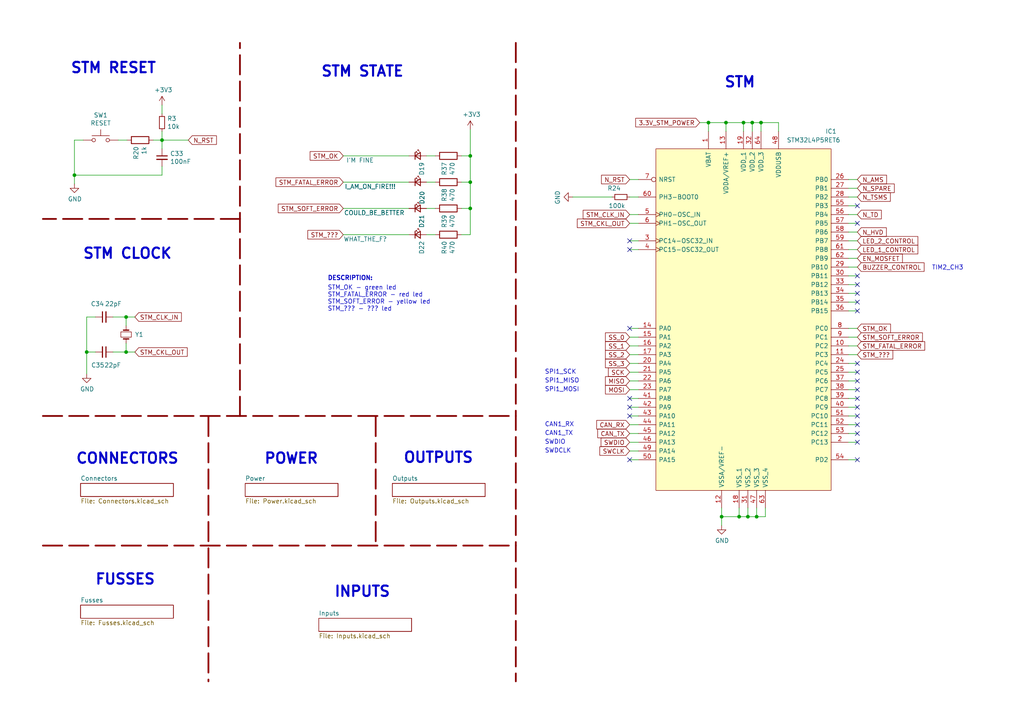
<source format=kicad_sch>
(kicad_sch (version 20211123) (generator eeschema)
  (paper "A4")
  (title_block (title "Smart Fuses Schematic") (company "PUT Motosport"))
  (lib_symbols
    (symbol "Device:C_Small" (pin_numbers hide) (pin_names (offset 0.254) hide)
      (property "Reference" "C" (at 0.254 1.778 0))
      (property "Value" "C_Small" (at 0.254 -2.032 0))
      (symbol "C_Small_0_1"
        (polyline (pts (xy -1.524 -0.508) (xy 1.524 -0.508)) (stroke (width 0.3302)))
        (polyline (pts (xy -1.524 0.508) (xy 1.524 0.508)) (stroke (width 0.3048)))
      )
      (symbol "C_Small_1_1"
        (pin passive line (at 0 2.54 270) (length 2.032) (name "~") (number "1"))
        (pin passive line (at 0 -2.54 90) (length 2.032) (name "~") (number "2"))
      )
    )
    (symbol "Device:Crystal_Small" (pin_numbers hide) (pin_names (offset 1.016) hide)
      (property "Reference" "Y" (at 0 2.54 0))
      (property "Value" "Crystal_Small" (at 0 -2.54 0))
      (symbol "Crystal_Small_0_1"
        (rectangle (start -0.762 -1.524) (end 0.762 1.524))
        (polyline (pts (xy -1.27 -0.762) (xy -1.27 0.762)) (stroke (width 0.381)))
        (polyline (pts (xy 1.27 -0.762) (xy 1.27 0.762)) (stroke (width 0.381)))
      )
      (symbol "Crystal_Small_1_1"
        (pin passive line (at -2.54 0 0) (length 1.27) (name "1") (number "1"))
        (pin passive line (at 2.54 0 180) (length 1.27) (name "2") (number "2"))
      )
    )
    (symbol "Device:LED_Small" (pin_numbers hide) (pin_names (offset 0.254) hide)
      (property "Reference" "D" (at -1.27 3.175 0))
      (property "Value" "LED_Small" (at -4.445 -2.54 0))
      (symbol "LED_Small_0_1"
        (polyline (pts (xy -0.762 -1.016) (xy -0.762 1.016)) (stroke (width 0.254)))
        (polyline (pts (xy 1.016 0) (xy -0.762 0)))
        (polyline (pts (xy 0.762 -1.016) (xy -0.762 0) (xy 0.762 1.016) (xy 0.762 -1.016)) (stroke (width 0.254)))
        (polyline (pts (xy 0 0.762) (xy -0.508 1.27) (xy -0.254 1.27) (xy -0.508 1.27) (xy -0.508 1.016)))
        (polyline (pts (xy 0.508 1.27) (xy 0 1.778) (xy 0.254 1.778) (xy 0 1.778) (xy 0 1.524)))
      )
      (symbol "LED_Small_1_1"
        (pin passive line (at -2.54 0 0) (length 1.778) (name "K") (number "1"))
        (pin passive line (at 2.54 0 180) (length 1.778) (name "A") (number "2"))
      )
    )
    (symbol "Device:R" (pin_numbers hide) (pin_names (offset 0))
      (property "Reference" "R" (at 2.032 0 90))
      (property "Value" "R" (at 0 0 90))
      (symbol "R_0_1"
        (rectangle (start -1.016 -2.54) (end 1.016 2.54) (stroke (width 0.254)))
      )
      (symbol "R_1_1"
        (pin passive line (at 0 3.81 270) (length 1.27) (name "~") (number "1"))
        (pin passive line (at 0 -3.81 90) (length 1.27) (name "~") (number "2"))
      )
    )
    (symbol "Device:R_Small" (pin_numbers hide) (pin_names (offset 0.254) hide)
      (property "Reference" "R" (at 0.762 0.508 0))
      (property "Value" "R_Small" (at 0.762 -1.016 0))
      (symbol "R_Small_0_1"
        (rectangle (start -0.762 1.778) (end 0.762 -1.778) (stroke (width 0.2032)))
      )
      (symbol "R_Small_1_1"
        (pin passive line (at 0 2.54 270) (length 0.762) (name "~") (number "1"))
        (pin passive line (at 0 -2.54 90) (length 0.762) (name "~") (number "2"))
      )
    )
    (symbol "STM32L4P5RET6:STM32L4P5RET6" (pin_names (offset 0.762))
      (property "Reference" "IC" (at -29.21 3.81 0))
      (property "Value" "STM32L4P5RET6" (at -29.21 1.27 0))
      (symbol "STM32L4P5RET6_0_0"
        (pin power_in line (at -10.16 5.08 270) (length 5.08) (name "VBAT") (number "1"))
        (pin bidirectional line (at 30.48 -57.15 180) (length 5.08) (name "PC2") (number "10"))
        (pin bidirectional line (at 30.48 -59.69 180) (length 5.08) (name "PC3") (number "11"))
        (pin power_in line (at -6.35 -104.14 90) (length 5.08) (name "VSSA/VREF-") (number "12"))
        (pin power_in line (at -5.08 5.08 270) (length 5.08) (name "VDDA/VREF+") (number "13"))
        (pin bidirectional line (at -30.48 -52.07 0) (length 5.08) (name "PA0") (number "14"))
        (pin bidirectional line (at -30.48 -54.61 0) (length 5.08) (name "PA1") (number "15"))
        (pin bidirectional line (at -30.48 -57.15 0) (length 5.08) (name "PA2") (number "16"))
        (pin bidirectional line (at -30.48 -59.69 0) (length 5.08) (name "PA3") (number "17"))
        (pin power_in line (at -1.27 -104.14 90) (length 5.08) (name "VSS_1") (number "18"))
        (pin power_in line (at 0 5.08 270) (length 5.08) (name "VDD_1") (number "19"))
        (pin bidirectional line (at 30.48 -85.09 180) (length 5.08) (name "PC13") (number "2"))
        (pin bidirectional line (at -30.48 -62.23 0) (length 5.08) (name "PA4") (number "20"))
        (pin bidirectional line (at -30.48 -64.77 0) (length 5.08) (name "PA5") (number "21"))
        (pin bidirectional line (at -30.48 -67.31 0) (length 5.08) (name "PA6") (number "22"))
        (pin bidirectional line (at -30.48 -69.85 0) (length 5.08) (name "PA7") (number "23"))
        (pin bidirectional line (at 30.48 -62.23 180) (length 5.08) (name "PC4") (number "24"))
        (pin bidirectional line (at 30.48 -64.77 180) (length 5.08) (name "PC5") (number "25"))
        (pin bidirectional line (at 30.48 -8.89 180) (length 5.08) (name "PB0") (number "26"))
        (pin bidirectional line (at 30.48 -11.43 180) (length 5.08) (name "PB1") (number "27"))
        (pin bidirectional line (at 30.48 -13.97 180) (length 5.08) (name "PB2") (number "28"))
        (pin bidirectional line (at 30.48 -34.29 180) (length 5.08) (name "PB10") (number "29"))
        (pin input clock (at -30.48 -26.67 0) (length 5.08) (name "PC14-OSC32_IN") (number "3"))
        (pin bidirectional line (at 30.48 -36.83 180) (length 5.08) (name "PB11") (number "30"))
        (pin power_in line (at 1.27 -104.14 90) (length 5.08) (name "VSS_2") (number "31"))
        (pin power_in line (at 2.54 5.08 270) (length 5.08) (name "VDD_2") (number "32"))
        (pin bidirectional line (at 30.48 -39.37 180) (length 5.08) (name "PB12") (number "33"))
        (pin bidirectional line (at 30.48 -41.91 180) (length 5.08) (name "PB13") (number "34"))
        (pin bidirectional line (at 30.48 -44.45 180) (length 5.08) (name "PB14") (number "35"))
        (pin bidirectional line (at 30.48 -46.99 180) (length 5.08) (name "PB15") (number "36"))
        (pin bidirectional line (at 30.48 -67.31 180) (length 5.08) (name "PC6") (number "37"))
        (pin bidirectional line (at 30.48 -69.85 180) (length 5.08) (name "PC7") (number "38"))
        (pin bidirectional line (at 30.48 -72.39 180) (length 5.08) (name "PC8") (number "39"))
        (pin output clock (at -30.48 -29.21 0) (length 5.08) (name "PC15-OSC32_OUT") (number "4"))
        (pin bidirectional line (at 30.48 -74.93 180) (length 5.08) (name "PC9") (number "40"))
        (pin bidirectional line (at -30.48 -72.39 0) (length 5.08) (name "PA8") (number "41"))
        (pin bidirectional line (at -30.48 -74.93 0) (length 5.08) (name "PA9") (number "42"))
        (pin bidirectional line (at -30.48 -77.47 0) (length 5.08) (name "PA10") (number "43"))
        (pin bidirectional line (at -30.48 -80.01 0) (length 5.08) (name "PA11") (number "44"))
        (pin bidirectional line (at -30.48 -82.55 0) (length 5.08) (name "PA12") (number "45"))
        (pin bidirectional line (at -30.48 -85.09 0) (length 5.08) (name "PA13") (number "46"))
        (pin power_in line (at 3.81 -104.14 90) (length 5.08) (name "VSS_3") (number "47"))
        (pin power_in line (at 10.16 5.08 270) (length 5.08) (name "VDDUSB") (number "48"))
        (pin bidirectional line (at -30.48 -87.63 0) (length 5.08) (name "PA14") (number "49"))
        (pin input clock (at -30.48 -19.05 0) (length 5.08) (name "PH0-OSC_IN") (number "5"))
        (pin bidirectional line (at -30.48 -90.17 0) (length 5.08) (name "PA15") (number "50"))
        (pin bidirectional line (at 30.48 -77.47 180) (length 5.08) (name "PC10") (number "51"))
        (pin bidirectional line (at 30.48 -80.01 180) (length 5.08) (name "PC11") (number "52"))
        (pin bidirectional line (at 30.48 -82.55 180) (length 5.08) (name "PC12") (number "53"))
        (pin bidirectional line (at 30.48 -90.17 180) (length 5.08) (name "PD2") (number "54"))
        (pin bidirectional line (at 30.48 -16.51 180) (length 5.08) (name "PB3") (number "55"))
        (pin bidirectional line (at 30.48 -19.05 180) (length 5.08) (name "PB4") (number "56"))
        (pin bidirectional line (at 30.48 -21.59 180) (length 5.08) (name "PB5") (number "57"))
        (pin bidirectional line (at 30.48 -24.13 180) (length 5.08) (name "PB6") (number "58"))
        (pin bidirectional line (at 30.48 -26.67 180) (length 5.08) (name "PB7") (number "59"))
        (pin output clock (at -30.48 -21.59 0) (length 5.08) (name "PH1-OSC_OUT") (number "6"))
        (pin input line (at -30.48 -13.97 0) (length 5.08) (name "PH3-BOOT0") (number "60"))
        (pin bidirectional line (at 30.48 -29.21 180) (length 5.08) (name "PB8") (number "61"))
        (pin bidirectional line (at 30.48 -31.75 180) (length 5.08) (name "PB9") (number "62"))
        (pin power_in line (at 6.35 -104.14 90) (length 5.08) (name "VSS_4") (number "63"))
        (pin power_in line (at 5.08 5.08 270) (length 5.08) (name "VDD_3") (number "64"))
        (pin input inverted (at -30.48 -8.89 0) (length 5.08) (name "NRST") (number "7"))
        (pin bidirectional line (at 30.48 -52.07 180) (length 5.08) (name "PC0") (number "8"))
        (pin bidirectional line (at 30.48 -54.61 180) (length 5.08) (name "PC1") (number "9"))
      )
      (symbol "STM32L4P5RET6_0_1"
        (rectangle (start -25.4 0) (end 25.4 -99.06) (fill (type background)))
      )
    )
    (symbol "Switch:SW_Push" (pin_numbers hide) (pin_names (offset 1.016) hide)
      (property "Reference" "SW" (at 1.27 2.54 0))
      (property "Value" "SW_Push" (at 0 -1.524 0))
      (symbol "SW_Push_0_1"
        (circle (center -2.032 0) (radius 0.508))
        (polyline (pts (xy 0 1.27) (xy 0 3.048)))
        (polyline (pts (xy 2.54 1.27) (xy -2.54 1.27)))
        (circle (center 2.032 0) (radius 0.508))
        (pin passive line (at -5.08 0 0) (length 2.54) (name "1") (number "1"))
        (pin passive line (at 5.08 0 180) (length 2.54) (name "2") (number "2"))
      )
    )
    (symbol "power:+3.3V" (power) (pin_names (offset 0))
      (property "Value" "+3.3V" (at 0 3.556 0))
      (symbol "+3.3V_0_1"
        (polyline (pts (xy -0.762 1.27) (xy 0 2.54)))
        (polyline (pts (xy 0 0) (xy 0 2.54)))
        (polyline (pts (xy 0 2.54) (xy 0.762 1.27)))
      )
      (symbol "+3.3V_1_1"
        (pin power_in line (at 0 0 90) (length 0) hide (name "+3V3") (number "1"))
      )
    )
    (symbol "power:GND" (power) (pin_names (offset 0))
      (property "Value" "GND" (at 0 -3.81 0))
      (symbol "GND_0_1"
        (polyline (pts (xy 0 0) (xy 0 -1.27) (xy 1.27 -1.27) (xy 0 -2.54) (xy -1.27 -1.27) (xy 0 -1.27)))
      )
      (symbol "GND_1_1"
        (pin power_in line (at 0 0 270) (length 0) hide (name "GND") (number "1"))
      )
    )
  )
  (junction (at 219.456 149.86))
  (junction (at 210.566 35.56))
  (junction (at 214.376 149.86))
  (junction (at 215.646 35.56))
  (junction (at 46.99 40.64))
  (junction (at 205.486 35.56))
  (junction (at 220.726 35.56))
  (junction (at 25.146 102.108))
  (junction (at 136.398 60.452))
  (junction (at 21.59 50.8))
  (junction (at 36.576 102.108))
  (junction (at 209.296 149.86))
  (junction (at 218.186 35.56))
  (junction (at 136.398 45.212))
  (junction (at 136.398 52.832))
  (junction (at 36.576 91.948))
  (junction (at 216.916 149.86))
  (no_connect (at 182.626 118.11))
  (no_connect (at 248.666 110.49))
  (no_connect (at 182.626 72.39))
  (no_connect (at 248.666 118.11))
  (no_connect (at 248.666 85.09))
  (no_connect (at 182.626 120.65))
  (no_connect (at 248.666 128.27))
  (no_connect (at 248.666 64.77))
  (no_connect (at 248.666 90.17))
  (no_connect (at 248.666 107.95))
  (no_connect (at 248.666 123.19))
  (no_connect (at 182.626 115.57))
  (no_connect (at 248.666 125.73))
  (no_connect (at 248.666 133.35))
  (no_connect (at 248.666 59.69))
  (no_connect (at 182.626 69.85))
  (no_connect (at 248.666 87.63))
  (no_connect (at 248.666 120.65))
  (no_connect (at 248.666 80.01))
  (no_connect (at 182.626 95.25))
  (no_connect (at 248.666 113.03))
  (no_connect (at 182.626 133.35))
  (no_connect (at 248.666 115.57))
  (no_connect (at 248.666 105.41))
  (no_connect (at 248.666 82.55))
  (wire (pts (xy 27.686 91.948) (xy 25.146 91.948)))
  (polyline (pts (xy 69.596 63.5) (xy 12.446 63.5)) (stroke (width 0.508) (color 132 0 0 1)))
  (polyline (pts (xy 69.596 120.65) (xy 69.596 12.446)) (stroke (width 0.508) (color 132 0 0 1)))
  (wire (pts (xy 126.238 68.072) (xy 123.698 68.072)))
  (wire (pts (xy 126.238 60.452) (xy 123.698 60.452)))
  (polyline (pts (xy 12.446 158.242) (xy 149.606 158.242)) (stroke (width 0.508) (color 132 0 0 1)))
  (wire (pts (xy 246.126 87.63) (xy 248.666 87.63)))
  (wire (pts (xy 218.186 35.56) (xy 215.646 35.56)))
  (wire (pts (xy 99.568 45.212) (xy 118.618 45.212)))
  (wire (pts (xy 136.398 60.452) (xy 133.858 60.452)))
  (wire (pts (xy 46.99 50.8) (xy 21.59 50.8)))
  (wire (pts (xy 246.126 128.27) (xy 248.666 128.27)))
  (wire (pts (xy 185.166 118.11) (xy 182.626 118.11)))
  (wire (pts (xy 219.456 149.86) (xy 216.916 149.86)))
  (wire (pts (xy 136.398 45.212) (xy 136.398 37.592)))
  (wire (pts (xy 136.398 60.452) (xy 136.398 52.832)))
  (wire (pts (xy 216.916 149.86) (xy 216.916 147.32)))
  (polyline (pts (xy 60.452 120.904) (xy 60.452 197.612)) (stroke (width 0.508) (color 132 0 0 1)))
  (wire (pts (xy 21.59 40.64) (xy 21.59 50.8)))
  (wire (pts (xy 36.576 102.108) (xy 32.766 102.108)))
  (wire (pts (xy 182.626 125.73) (xy 185.166 125.73)))
  (wire (pts (xy 246.126 115.57) (xy 248.666 115.57)))
  (wire (pts (xy 46.99 40.64) (xy 46.99 38.1)))
  (wire (pts (xy 185.166 110.49) (xy 182.626 110.49)))
  (wire (pts (xy 246.126 74.93) (xy 248.666 74.93)))
  (wire (pts (xy 136.398 52.832) (xy 136.398 45.212)))
  (wire (pts (xy 182.626 128.27) (xy 185.166 128.27)))
  (wire (pts (xy 99.568 68.072) (xy 118.618 68.072)))
  (wire (pts (xy 185.166 72.39) (xy 182.626 72.39)))
  (wire (pts (xy 246.126 90.17) (xy 248.666 90.17)))
  (wire (pts (xy 248.666 95.25) (xy 246.126 95.25)))
  (wire (pts (xy 25.146 102.108) (xy 25.146 108.458)))
  (wire (pts (xy 246.126 85.09) (xy 248.666 85.09)))
  (wire (pts (xy 185.166 113.03) (xy 182.626 113.03)))
  (polyline (pts (xy 12.446 120.65) (xy 149.606 120.65)) (stroke (width 0.508) (color 132 0 0 1)))
  (wire (pts (xy 185.166 62.23) (xy 182.626 62.23)))
  (wire (pts (xy 219.456 149.86) (xy 219.456 147.32)))
  (wire (pts (xy 216.916 149.86) (xy 214.376 149.86)))
  (wire (pts (xy 99.568 60.452) (xy 118.618 60.452)))
  (wire (pts (xy 246.126 118.11) (xy 248.666 118.11)))
  (wire (pts (xy 126.238 52.832) (xy 123.698 52.832)))
  (wire (pts (xy 246.126 105.41) (xy 248.666 105.41)))
  (wire (pts (xy 205.486 35.56) (xy 202.946 35.56)))
  (wire (pts (xy 166.116 57.15) (xy 177.546 57.15)))
  (wire (pts (xy 136.398 68.072) (xy 133.858 68.072)))
  (wire (pts (xy 54.61 40.64) (xy 46.99 40.64)))
  (wire (pts (xy 248.666 100.33) (xy 246.126 100.33)))
  (wire (pts (xy 246.126 82.55) (xy 248.666 82.55)))
  (wire (pts (xy 25.146 91.948) (xy 25.146 102.108)))
  (wire (pts (xy 136.398 52.832) (xy 133.858 52.832)))
  (wire (pts (xy 246.126 120.65) (xy 248.666 120.65)))
  (wire (pts (xy 246.126 57.15) (xy 248.666 57.15)))
  (wire (pts (xy 225.806 35.56) (xy 220.726 35.56)))
  (wire (pts (xy 185.166 102.87) (xy 182.626 102.87)))
  (wire (pts (xy 136.398 45.212) (xy 133.858 45.212)))
  (wire (pts (xy 210.566 35.56) (xy 210.566 38.1)))
  (polyline (pts (xy 149.606 12.446) (xy 149.606 197.612)) (stroke (width 0.508) (color 132 0 0 1)))
  (wire (pts (xy 210.566 35.56) (xy 205.486 35.56)))
  (wire (pts (xy 24.13 40.64) (xy 21.59 40.64)))
  (wire (pts (xy 209.296 149.86) (xy 209.296 152.4)))
  (wire (pts (xy 185.166 120.65) (xy 182.626 120.65)))
  (wire (pts (xy 221.996 147.32) (xy 221.996 149.86)))
  (wire (pts (xy 214.376 149.86) (xy 209.296 149.86)))
  (wire (pts (xy 185.166 123.19) (xy 182.626 123.19)))
  (wire (pts (xy 248.666 97.79) (xy 246.126 97.79)))
  (wire (pts (xy 246.126 67.31) (xy 248.666 67.31)))
  (wire (pts (xy 246.126 110.49) (xy 248.666 110.49)))
  (wire (pts (xy 21.59 50.8) (xy 21.59 53.34)))
  (wire (pts (xy 185.166 69.85) (xy 182.626 69.85)))
  (wire (pts (xy 182.626 52.07) (xy 185.166 52.07)))
  (wire (pts (xy 246.126 113.03) (xy 248.666 113.03)))
  (wire (pts (xy 185.166 105.41) (xy 182.626 105.41)))
  (wire (pts (xy 36.576 91.948) (xy 32.766 91.948)))
  (wire (pts (xy 136.398 68.072) (xy 136.398 60.452)))
  (wire (pts (xy 185.166 64.77) (xy 182.626 64.77)))
  (wire (pts (xy 246.126 52.07) (xy 248.666 52.07)))
  (wire (pts (xy 246.126 133.35) (xy 248.666 133.35)))
  (wire (pts (xy 185.166 107.95) (xy 182.626 107.95)))
  (wire (pts (xy 185.166 115.57) (xy 182.626 115.57)))
  (wire (pts (xy 246.126 107.95) (xy 248.666 107.95)))
  (wire (pts (xy 246.126 77.47) (xy 248.666 77.47)))
  (wire (pts (xy 36.576 102.108) (xy 36.576 99.568)))
  (wire (pts (xy 46.99 33.02) (xy 46.99 30.48)))
  (wire (pts (xy 36.83 40.64) (xy 34.29 40.64)))
  (wire (pts (xy 182.626 130.81) (xy 185.166 130.81)))
  (wire (pts (xy 185.166 97.79) (xy 182.626 97.79)))
  (wire (pts (xy 225.806 38.1) (xy 225.806 35.56)))
  (wire (pts (xy 46.99 40.64) (xy 46.99 43.18)))
  (wire (pts (xy 182.626 57.15) (xy 185.166 57.15)))
  (wire (pts (xy 214.376 149.86) (xy 214.376 147.32)))
  (wire (pts (xy 205.486 35.56) (xy 205.486 38.1)))
  (wire (pts (xy 99.568 52.832) (xy 118.618 52.832)))
  (polyline (pts (xy 108.966 120.904) (xy 108.966 158.242)) (stroke (width 0.508) (color 132 0 0 1)))
  (wire (pts (xy 218.186 35.56) (xy 218.186 38.1)))
  (wire (pts (xy 185.166 100.33) (xy 182.626 100.33)))
  (wire (pts (xy 126.238 45.212) (xy 123.698 45.212)))
  (wire (pts (xy 218.186 35.56) (xy 220.726 35.56)))
  (wire (pts (xy 185.166 133.35) (xy 182.626 133.35)))
  (wire (pts (xy 36.576 91.948) (xy 39.116 91.948)))
  (wire (pts (xy 46.99 48.26) (xy 46.99 50.8)))
  (wire (pts (xy 220.726 35.56) (xy 220.726 38.1)))
  (wire (pts (xy 46.99 40.64) (xy 44.45 40.64)))
  (wire (pts (xy 246.126 72.39) (xy 248.666 72.39)))
  (wire (pts (xy 221.996 149.86) (xy 219.456 149.86)))
  (wire (pts (xy 215.646 35.56) (xy 215.646 38.1)))
  (wire (pts (xy 36.576 102.108) (xy 39.116 102.108)))
  (wire (pts (xy 246.126 80.01) (xy 248.666 80.01)))
  (wire (pts (xy 246.126 64.77) (xy 248.666 64.77)))
  (wire (pts (xy 209.296 149.86) (xy 209.296 147.32)))
  (wire (pts (xy 246.126 69.85) (xy 248.666 69.85)))
  (wire (pts (xy 246.126 62.23) (xy 248.666 62.23)))
  (wire (pts (xy 246.126 59.69) (xy 248.666 59.69)))
  (wire (pts (xy 246.126 123.19) (xy 248.666 123.19)))
  (wire (pts (xy 246.126 54.61) (xy 248.666 54.61)))
  (wire (pts (xy 25.146 102.108) (xy 27.686 102.108)))
  (wire (pts (xy 246.126 125.73) (xy 248.666 125.73)))
  (wire (pts (xy 248.666 102.87) (xy 246.126 102.87)))
  (wire (pts (xy 215.646 35.56) (xy 210.566 35.56)))
  (wire (pts (xy 36.576 91.948) (xy 36.576 94.488)))
  (wire (pts (xy 185.166 95.25) (xy 182.626 95.25)))
  (text "SPI1_MISO" (at 157.988 111.252 0) (effects (font (size 1.27 1.27)) (justify left bottom)))
  (text "INPUTS" (at 96.774 173.482 0) (effects (font (size 2.9972 2.9972) (thickness 0.5994) bold) (justify left bottom)))
  (text "STM\n" (at 209.931 25.7302 0) (effects (font (size 2.9972 2.9972) (thickness 0.5994) bold) (justify left bottom)))
  (text "FUSSES" (at 27.432 169.926 0) (effects (font (size 2.9972 2.9972) (thickness 0.5994) bold) (justify left bottom)))
  (text "SWDIO\n" (at 157.988 129.032 0) (effects (font (size 1.27 1.27)) (justify left bottom)))
  (text "STM RESET\n" (at 20.32 21.59 0) (effects (font (size 2.9972 2.9972) (thickness 0.5994) bold) (justify left bottom)))
  (text "CAN1_TX" (at 157.988 126.492 0) (effects (font (size 1.27 1.27)) (justify left bottom)))
  (text "TIM2_CH3\n" (at 270.256 78.486 0) (effects (font (size 1.27 1.27)) (justify left bottom)))
  (text "CAN1_RX" (at 157.988 123.952 0) (effects (font (size 1.27 1.27)) (justify left bottom)))
  (text "SPI1_SCK" (at 157.988 108.712 0) (effects (font (size 1.27 1.27)) (justify left bottom)))
  (text "STM STATE" (at 92.964 22.606 0) (effects (font (size 2.9972 2.9972) (thickness 0.5994) bold) (justify left bottom)))
  (text "STM CLOCK\n" (at 23.876 75.438 0) (effects (font (size 2.9972 2.9972) (thickness 0.5994) bold) (justify left bottom)))
  (text "SWDCLK\n" (at 157.988 131.572 0) (effects (font (size 1.27 1.27)) (justify left bottom)))
  (text "CONNECTORS" (at 21.844 134.874 0) (effects (font (size 2.9972 2.9972) (thickness 0.5994) bold) (justify left bottom)))
  (text "POWER\n" (at 76.454 134.874 0) (effects (font (size 2.9972 2.9972) (thickness 0.5994) bold) (justify left bottom)))
  (text "SPI1_MOSI\n" (at 157.988 113.792 0) (effects (font (size 1.27 1.27)) (justify left bottom)))
  (text "OUTPUTS" (at 116.84 134.62 0) (effects (font (size 2.9972 2.9972) (thickness 0.5994) bold) (justify left bottom)))
  (text "STM_OK - green led\nSTM_FATAL_ERROR - red led\nSTM_SOFT_ERROR - yellow led\nSTM_??? - ??? led" (at 94.996 90.424 0) (effects (font (size 1.27 1.27)) (justify left bottom)))
  (text "DESCRIPTION:" (at 94.996 81.534 0) (effects (font (size 1.27 1.27) (thickness 0.254) bold) (justify left bottom)))
  (global_label "SS_0" (shape input) (at 182.626 97.79 180) (property "Intersheet References" "${INTERSHEET_REFS}" (effects hide)))
  (global_label "STM_???" (shape input) (at 248.666 102.87 0) (property "Intersheet References" "${INTERSHEET_REFS}" (effects hide)))
  (global_label "STM_OK" (shape input) (at 99.568 45.212 180) (property "Intersheet References" "${INTERSHEET_REFS}" (effects hide)))
  (global_label "N_TSMS" (shape input) (at 248.666 57.15 0) (property "Intersheet References" "${INTERSHEET_REFS}" (effects hide)))
  (global_label "N_HVD" (shape input) (at 248.666 67.31 0) (property "Intersheet References" "${INTERSHEET_REFS}" (effects hide)))
  (global_label "3.3V_STM_POWER" (shape input) (at 202.946 35.56 180) (property "Intersheet References" "${INTERSHEET_REFS}" (effects hide)))
  (global_label "MISO" (shape input) (at 182.626 110.49 180) (property "Intersheet References" "${INTERSHEET_REFS}" (effects hide)))
  (global_label "N_AMS" (shape input) (at 248.666 52.07 0) (property "Intersheet References" "${INTERSHEET_REFS}" (effects hide)))
  (global_label "STM_CLK_IN" (shape input) (at 182.626 62.23 180) (property "Intersheet References" "${INTERSHEET_REFS}" (effects hide)))
  (global_label "SS_3" (shape input) (at 182.626 105.41 180) (property "Intersheet References" "${INTERSHEET_REFS}" (effects hide)))
  (global_label "CAN_TX" (shape input) (at 182.626 125.73 180) (property "Intersheet References" "${INTERSHEET_REFS}" (effects hide)))
  (global_label "STM_???" (shape input) (at 99.568 68.072 180) (property "Intersheet References" "${INTERSHEET_REFS}" (effects hide)))
  (global_label "STM_CKL_OUT" (shape input) (at 182.626 64.77 180) (property "Intersheet References" "${INTERSHEET_REFS}" (effects hide)))
  (global_label "N_RST" (shape input) (at 182.626 52.07 180) (property "Intersheet References" "${INTERSHEET_REFS}" (effects hide)))
  (global_label "LED_1_CONTROL" (shape input) (at 248.666 72.39 0) (property "Intersheet References" "${INTERSHEET_REFS}" (effects hide)))
  (global_label "N_RST" (shape input) (at 54.61 40.64 0) (property "Intersheet References" "${INTERSHEET_REFS}" (effects hide)))
  (global_label "BUZZER_CONTROL" (shape input) (at 248.666 77.47 0) (property "Intersheet References" "${INTERSHEET_REFS}" (effects hide)))
  (global_label "SCK" (shape input) (at 182.626 107.95 180) (property "Intersheet References" "${INTERSHEET_REFS}" (effects hide)))
  (global_label "SWCLK" (shape input) (at 182.626 130.81 180) (property "Intersheet References" "${INTERSHEET_REFS}" (effects hide)))
  (global_label "STM_CLK_IN" (shape input) (at 39.116 91.948 0) (property "Intersheet References" "${INTERSHEET_REFS}" (effects hide)))
  (global_label "N_SPARE" (shape input) (at 248.666 54.61 0) (property "Intersheet References" "${INTERSHEET_REFS}" (effects hide)))
  (global_label "N_TD" (shape input) (at 248.666 62.23 0) (property "Intersheet References" "${INTERSHEET_REFS}" (effects hide)))
  (global_label "SS_2" (shape input) (at 182.626 102.87 180) (property "Intersheet References" "${INTERSHEET_REFS}" (effects hide)))
  (global_label "STM_SOFT_ERROR" (shape input) (at 99.568 60.452 180) (property "Intersheet References" "${INTERSHEET_REFS}" (effects hide)))
  (global_label "SS_1" (shape input) (at 182.626 100.33 180) (property "Intersheet References" "${INTERSHEET_REFS}" (effects hide)))
  (global_label "SWDIO" (shape input) (at 182.626 128.27 180) (property "Intersheet References" "${INTERSHEET_REFS}" (effects hide)))
  (global_label "LED_2_CONTROL" (shape input) (at 248.666 69.85 0) (property "Intersheet References" "${INTERSHEET_REFS}" (effects hide)))
  (global_label "CAN_RX" (shape input) (at 182.626 123.19 180) (property "Intersheet References" "${INTERSHEET_REFS}" (effects hide)))
  (global_label "STM_CKL_OUT" (shape input) (at 39.116 102.108 0) (property "Intersheet References" "${INTERSHEET_REFS}" (effects hide)))
  (global_label "MOSI" (shape input) (at 182.626 113.03 180) (property "Intersheet References" "${INTERSHEET_REFS}" (effects hide)))
  (global_label "STM_FATAL_ERROR" (shape input) (at 99.568 52.832 180) (property "Intersheet References" "${INTERSHEET_REFS}" (effects hide)))
  (global_label "STM_OK" (shape input) (at 248.666 95.25 0) (property "Intersheet References" "${INTERSHEET_REFS}" (effects hide)))
  (global_label "STM_FATAL_ERROR" (shape input) (at 248.666 100.33 0) (property "Intersheet References" "${INTERSHEET_REFS}" (effects hide)))
  (global_label "STM_SOFT_ERROR" (shape input) (at 248.666 97.79 0) (property "Intersheet References" "${INTERSHEET_REFS}" (effects hide)))
  (global_label "EN_MOSFET" (shape input) (at 248.666 74.93 0) (property "Intersheet References" "${INTERSHEET_REFS}" (effects hide)))
  (symbol (lib_id "STM32L4P5RET6:STM32L4P5RET6") (at 215.646 43.18 0) (unit 1)
    (property "Reference" "IC1" (at 241.046 38.1 0))
    (property "Value" "STM32L4P5RET6" (at 235.966 40.64 0))
    (property "Footprint" "STM32L4P5RET6:QFP50P1200X1200X160-64N" (effects hide))
    (property "Datasheet" "https://www.st.com/resource/en/datasheet/stm32l4p5re.pdf" (effects hide))
  )
  (symbol (lib_id "power:GND") (at 209.296 152.4 0) (unit 1)
    (property "Reference" "#PWR012" (effects hide))
    (property "Value" "GND" (at 209.423 156.7942 0))
  )
  (symbol (lib_id "Device:R") (at 130.048 45.212 90) (mirror x) (unit 1)
    (property "Reference" "R37" (at 128.8796 46.99 0) (effects (justify left)))
    (property "Value" "470" (at 131.191 46.99 0) (effects (justify left)))
    (property "Footprint" "Resistor_SMD:R_0603_1608Metric" (effects hide))
  )
  (symbol (lib_id "Device:LED_Small") (at 121.158 45.212 0) (unit 1)
    (property "Reference" "D19" (at 122.3264 46.99 90) (effects (justify right)))
    (property "Value" "I'M FINE" (at 108.458 46.482 0) (effects (justify right)))
    (property "Footprint" "Diode_SMD:D_0603_1608Metric" (effects hide))
  )
  (symbol (lib_id "power:+3.3V") (at 46.99 30.48 0) (unit 1)
    (property "Reference" "#PWR011" (effects hide))
    (property "Value" "+3.3V" (at 47.371 26.0858 0))
  )
  (symbol (lib_id "Device:R_Small") (at 46.99 35.56 0) (unit 1)
    (property "Reference" "R3" (at 48.4886 34.3916 0) (effects (justify left)))
    (property "Value" "10k" (at 48.4886 36.703 0) (effects (justify left)))
    (property "Footprint" "Resistor_SMD:R_0603_1608Metric" (effects hide))
  )
  (symbol (lib_id "Device:R") (at 130.048 52.832 90) (mirror x) (unit 1)
    (property "Reference" "R38" (at 128.8796 54.61 0) (effects (justify left)))
    (property "Value" "470" (at 131.191 54.61 0) (effects (justify left)))
    (property "Footprint" "Resistor_SMD:R_0603_1608Metric" (effects hide))
  )
  (symbol (lib_id "Device:LED_Small") (at 121.158 52.832 0) (unit 1)
    (property "Reference" "D20" (at 122.428 55.372 90) (effects (justify right)))
    (property "Value" "I_AM_ON_FIRE!!!" (at 114.808 54.102 0) (effects (justify right)))
    (property "Footprint" "Diode_SMD:D_0603_1608Metric" (effects hide))
  )
  (symbol (lib_id "Device:R") (at 130.048 60.452 90) (mirror x) (unit 1)
    (property "Reference" "R39" (at 128.8796 62.23 0) (effects (justify left)))
    (property "Value" "470" (at 131.191 62.23 0) (effects (justify left)))
    (property "Footprint" "Resistor_SMD:R_0603_1608Metric" (effects hide))
  )
  (symbol (lib_id "Device:LED_Small") (at 121.158 60.452 0) (unit 1)
    (property "Reference" "D21" (at 122.3264 62.23 90) (effects (justify right)))
    (property "Value" "COULD_BE_BETTER" (at 117.348 61.722 0) (effects (justify right)))
    (property "Footprint" "Diode_SMD:D_0603_1608Metric" (effects hide))
  )
  (symbol (lib_id "Device:R") (at 130.048 68.072 90) (mirror x) (unit 1)
    (property "Reference" "R40" (at 128.8796 69.85 0) (effects (justify left)))
    (property "Value" "470" (at 131.191 69.85 0) (effects (justify left)))
    (property "Footprint" "Resistor_SMD:R_0603_1608Metric" (effects hide))
  )
  (symbol (lib_id "Device:LED_Small") (at 121.158 68.072 0) (unit 1)
    (property "Reference" "D22" (at 122.3264 69.85 90) (effects (justify right)))
    (property "Value" "WHAT_THE_F?" (at 112.268 69.342 0) (effects (justify right)))
    (property "Footprint" "Diode_SMD:D_0603_1608Metric" (effects hide))
  )
  (symbol (lib_id "Device:R_Small") (at 180.086 57.15 90) (unit 1)
    (property "Reference" "R24" (at 180.086 54.61 90) (effects (justify left)))
    (property "Value" "100k" (at 181.356 59.69 90) (effects (justify left)))
    (property "Footprint" "Resistor_SMD:R_0603_1608Metric" (effects hide))
  )
  (symbol (lib_id "power:+3.3V") (at 136.398 37.592 0) (unit 1)
    (property "Reference" "#PWR0101" (effects hide))
    (property "Value" "+3.3V" (at 136.779 33.1978 0))
  )
  (symbol (lib_id "Switch:SW_Push") (at 29.21 40.64 0) (unit 1)
    (property "Reference" "SW1" (at 29.21 33.401 0))
    (property "Value" "RESET" (at 29.21 35.7124 0))
    (property "Footprint" "Button_Switch_THT:SW_PUSH_6mm" (effects hide))
  )
  (symbol (lib_id "Device:R") (at 40.64 40.64 90) (mirror x) (unit 1)
    (property "Reference" "R20" (at 39.4716 42.418 0) (effects (justify left)))
    (property "Value" "1k" (at 41.783 42.418 0) (effects (justify left)))
    (property "Footprint" "Resistor_SMD:R_0603_1608Metric" (effects hide))
  )
  (symbol (lib_id "power:GND") (at 21.59 53.34 0) (unit 1)
    (property "Reference" "#PWR0102" (effects hide))
    (property "Value" "GND" (at 21.717 57.7342 0))
  )
  (symbol (lib_id "Device:C_Small") (at 46.99 45.72 0) (unit 1)
    (property "Reference" "C33" (at 49.3268 44.5516 0) (effects (justify left)))
    (property "Value" "100nF" (at 49.3268 46.863 0) (effects (justify left)))
    (property "Footprint" "Capacitor_SMD:C_0603_1608Metric" (effects hide))
  )
  (symbol (lib_id "power:GND") (at 166.116 57.15 270) (unit 1)
    (property "Reference" "#PWR0111" (effects hide))
    (property "Value" "GND" (at 161.7218 57.277 0))
  )
  (symbol (lib_id "Device:Crystal_Small") (at 36.576 97.028 270) (unit 1)
    (property "Reference" "Y1" (at 39.116 97.028 90) (effects (justify left)))
    (property "Value" "THE_CLOCK" (effects hide))
    (property "Footprint" "Crystal:Crystal_SMD_HC49-SD" (effects hide))
  )
  (symbol (lib_id "Device:C_Small") (at 30.226 102.108 270) (unit 1)
    (property "Reference" "C35" (at 26.416 105.918 90) (effects (justify left)))
    (property "Value" "22pF" (at 30.226 105.918 90) (effects (justify left)))
    (property "Footprint" "Capacitor_SMD:C_0603_1608Metric" (effects hide))
  )
  (symbol (lib_id "Device:C_Small") (at 30.226 91.948 90) (unit 1)
    (property "Reference" "C34" (at 30.226 88.138 90) (effects (justify left)))
    (property "Value" "22pF" (at 35.306 88.138 90) (effects (justify left)))
    (property "Footprint" "Capacitor_SMD:C_0603_1608Metric" (effects hide))
  )
  (symbol (lib_id "power:GND") (at 25.146 108.458 0) (unit 1)
    (property "Reference" "#PWR0110" (effects hide))
    (property "Value" "GND" (at 25.273 112.8522 0))
  )
  (sheet (at 23.368 140.208) (size 26.924 3.81)
    (property "Sheet name" "Connectors" (at 23.368 139.4964 0) (effects (justify left bottom)))
    (property "Sheet file" "Connectors.kicad_sch" (at 23.368 144.6026 0) (effects (justify left top)))
  )
  (sheet (at 23.368 175.514) (size 26.924 3.81)
    (property "Sheet name" "Fusses" (at 23.368 174.8024 0) (effects (justify left bottom)))
    (property "Sheet file" "Fusses.kicad_sch" (at 23.368 179.9086 0) (effects (justify left top)))
  )
  (sheet (at 71.12 140.208) (size 26.924 3.81)
    (property "Sheet name" "Power" (at 71.12 139.4964 0) (effects (justify left bottom)))
    (property "Sheet file" "Power.kicad_sch" (at 71.12 144.6026 0) (effects (justify left top)))
  )
  (sheet (at 92.456 179.324) (size 26.924 3.81)
    (property "Sheet name" "Inputs" (at 92.456 178.6124 0) (effects (justify left bottom)))
    (property "Sheet file" "Inputs.kicad_sch" (at 92.456 183.7186 0) (effects (justify left top)))
  )
  (sheet (at 113.792 140.208) (size 26.924 3.81)
    (property "Sheet name" "Outputs" (at 113.792 139.4964 0) (effects (justify left bottom)))
    (property "Sheet file" "Outputs.kicad_sch" (at 113.792 144.6026 0) (effects (justify left top)))
  )
)
</source>
